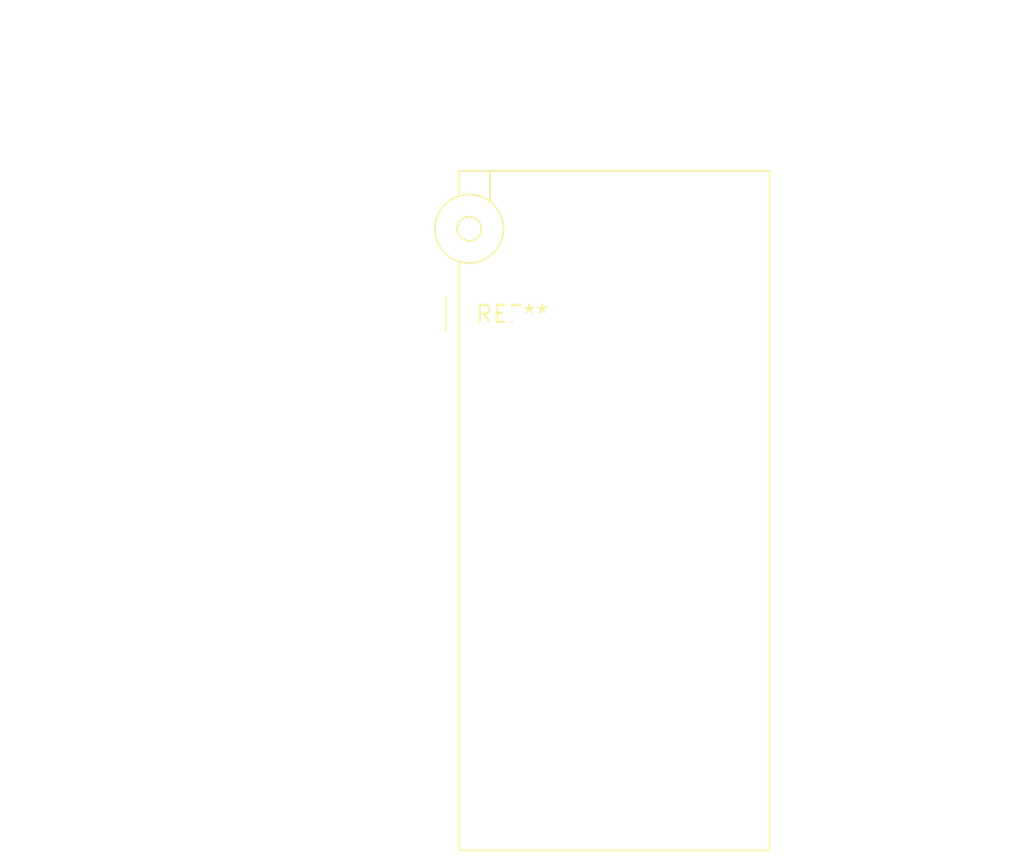
<source format=kicad_pcb>
(kicad_pcb (version 20240108) (generator pcbnew)
  (layers (0 "F.Cu" signal) (31 "B.Cu" signal) (34 "B.Paste" user) (35 "F.Paste" user) (36 "B.SilkS" user "B.Silkscreen") (37 "F.SilkS" user "F.Silkscreen") (38 "B.Mask" user) (39 "F.Mask" user) (44 "Edge.Cuts" user))
  (net 0 "")
  (footprint "DIP_Socket-28_W11.9_W12.7_W15.24_W17.78_W18.5_3M_228-1277-00-0602J" (layer "F.Cu") (at 0 0)
    (property "Reference" "REF**")
    (property "Value" "DIP_Socket-28_W11.9_W12.7_W15.24_W17.78_W18.5_3M_228-1277-00-0602J")
    (fp_line (start -4.95 1.27) (end -4.95 -1.27) (layer "F.SilkS") (stroke (width 0.12)))
    (fp_line (start -3.93 -10.66) (end -3.93 -8.8) (layer "F.SilkS") (stroke (width 0.12)))
    (fp_line (start -3.93 -3.9) (end -3.93 39.94) (layer "F.SilkS") (stroke (width 0.12)))
    (fp_line (start -3.93 39.94) (end 19.17 39.94) (layer "F.SilkS") (stroke (width 0.12)))
    (fp_line (start -1.65 -10.66) (end -1.65 -8.4) (layer "F.SilkS") (stroke (width 0.12)))
    (fp_line (start 19.17 -10.66) (end -3.93 -10.66) (layer "F.SilkS") (stroke (width 0.12)))
    (fp_line (start 19.17 39.94) (end 19.17 -10.66) (layer "F.SilkS") (stroke (width 0.12)))
    (fp_circle (center -3.2 -6.35) (end -2.3 -6.35) (layer "F.SilkS") (stroke (width 0.12)) (fill none))
    (fp_circle (center -3.2 -6.35) (end -0.65 -6.35) (layer "F.SilkS") (stroke (width 0.12)) (fill none))
    (pad "1" thru_hole rect (at 0 0) (size 2 1.44) (drill 1) (layers *.Cu *.Mask) (remove_unused_layers))
    (pad "2" thru_hole oval (at 0 2.54) (size 2 1.44) (drill 1) (layers *.Cu *.Mask) (remove_unused_layers))
    (pad "3" thru_hole oval (at 0 5.08) (size 2 1.44) (drill 1) (layers *.Cu *.Mask) (remove_unused_layers))
    (pad "4" thru_hole oval (at 0 7.62) (size 2 1.44) (drill 1) (layers *.Cu *.Mask) (remove_unused_layers))
    (pad "5" thru_hole oval (at 0 10.16) (size 2 1.44) (drill 1) (layers *.Cu *.Mask) (remove_unused_layers))
    (pad "6" thru_hole oval (at 0 12.7) (size 2 1.44) (drill 1) (layers *.Cu *.Mask) (remove_unused_layers))
    (pad "7" thru_hole oval (at 0 15.24) (size 2 1.44) (drill 1) (layers *.Cu *.Mask) (remove_unused_layers))
    (pad "8" thru_hole oval (at 0 17.78) (size 2 1.44) (drill 1) (layers *.Cu *.Mask) (remove_unused_layers))
    (pad "9" thru_hole oval (at 0 20.32) (size 2 1.44) (drill 1) (layers *.Cu *.Mask) (remove_unused_layers))
    (pad "10" thru_hole oval (at 0 22.86) (size 2 1.44) (drill 1) (layers *.Cu *.Mask) (remove_unused_layers))
    (pad "11" thru_hole oval (at 0 25.4) (size 2 1.44) (drill 1) (layers *.Cu *.Mask) (remove_unused_layers))
    (pad "12" thru_hole oval (at 0 27.94) (size 2 1.44) (drill 1) (layers *.Cu *.Mask) (remove_unused_layers))
    (pad "13" thru_hole oval (at 0 30.48) (size 2 1.44) (drill 1) (layers *.Cu *.Mask) (remove_unused_layers))
    (pad "14" thru_hole oval (at 0 33.02) (size 2 1.44) (drill 1) (layers *.Cu *.Mask) (remove_unused_layers))
    (pad "15" thru_hole oval (at 15.24 33.02) (size 2 1.44) (drill 1) (layers *.Cu *.Mask) (remove_unused_layers))
    (pad "16" thru_hole oval (at 15.24 30.48) (size 2 1.44) (drill 1) (layers *.Cu *.Mask) (remove_unused_layers))
    (pad "17" thru_hole oval (at 15.24 27.94) (size 2 1.44) (drill 1) (layers *.Cu *.Mask) (remove_unused_layers))
    (pad "18" thru_hole oval (at 15.24 25.4) (size 2 1.44) (drill 1) (layers *.Cu *.Mask) (remove_unused_layers))
    (pad "19" thru_hole oval (at 15.24 22.86) (size 2 1.44) (drill 1) (layers *.Cu *.Mask) (remove_unused_layers))
    (pad "20" thru_hole oval (at 15.24 20.32) (size 2 1.44) (drill 1) (layers *.Cu *.Mask) (remove_unused_layers))
    (pad "21" thru_hole oval (at 15.24 17.78) (size 2 1.44) (drill 1) (layers *.Cu *.Mask) (remove_unused_layers))
    (pad "22" thru_hole oval (at 15.24 15.24) (size 2 1.44) (drill 1) (layers *.Cu *.Mask) (remove_unused_layers))
    (pad "23" thru_hole oval (at 15.24 12.7) (size 2 1.44) (drill 1) (layers *.Cu *.Mask) (remove_unused_layers))
    (pad "24" thru_hole oval (at 15.24 10.16) (size 2 1.44) (drill 1) (layers *.Cu *.Mask) (remove_unused_layers))
    (pad "25" thru_hole oval (at 15.24 7.62) (size 2 1.44) (drill 1) (layers *.Cu *.Mask) (remove_unused_layers))
    (pad "26" thru_hole oval (at 15.24 5.08) (size 2 1.44) (drill 1) (layers *.Cu *.Mask) (remove_unused_layers))
    (pad "27" thru_hole oval (at 15.24 2.54) (size 2 1.44) (drill 1) (layers *.Cu *.Mask) (remove_unused_layers))
    (pad "28" thru_hole oval (at 15.24 0) (size 2 1.44) (drill 1) (layers *.Cu *.Mask) (remove_unused_layers))
  )
)
</source>
